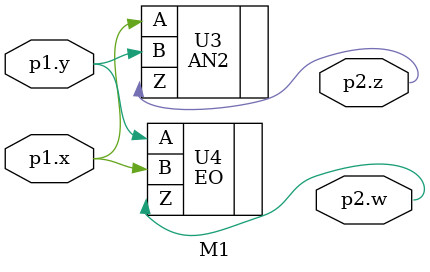
<source format=v>


module M1 ( \p1.y , \p1.x , \p2.z , \p2.w  );
  input \p1.y , \p1.x ;
  output \p2.z , \p2.w ;


  AN2 U3 ( .A(\p1.x ), .B(\p1.y ), .Z(\p2.z ) );
  EO U4 ( .A(\p1.y ), .B(\p1.x ), .Z(\p2.w ) );
endmodule


</source>
